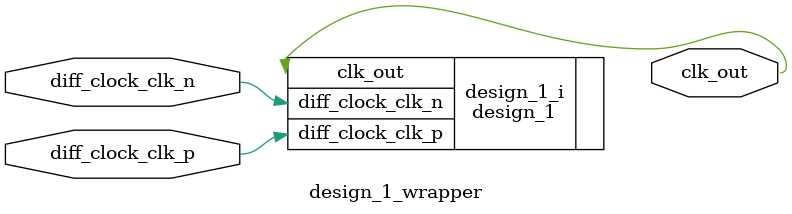
<source format=v>
`timescale 1 ps / 1 ps

module design_1_wrapper
   (clk_out,
    diff_clock_clk_n,
    diff_clock_clk_p);
  output [0:0]clk_out;
  input [0:0]diff_clock_clk_n;
  input [0:0]diff_clock_clk_p;

  wire [0:0]clk_out;
  wire [0:0]diff_clock_clk_n;
  wire [0:0]diff_clock_clk_p;

  design_1 design_1_i
       (.clk_out(clk_out),
        .diff_clock_clk_n(diff_clock_clk_n),
        .diff_clock_clk_p(diff_clock_clk_p));
endmodule

</source>
